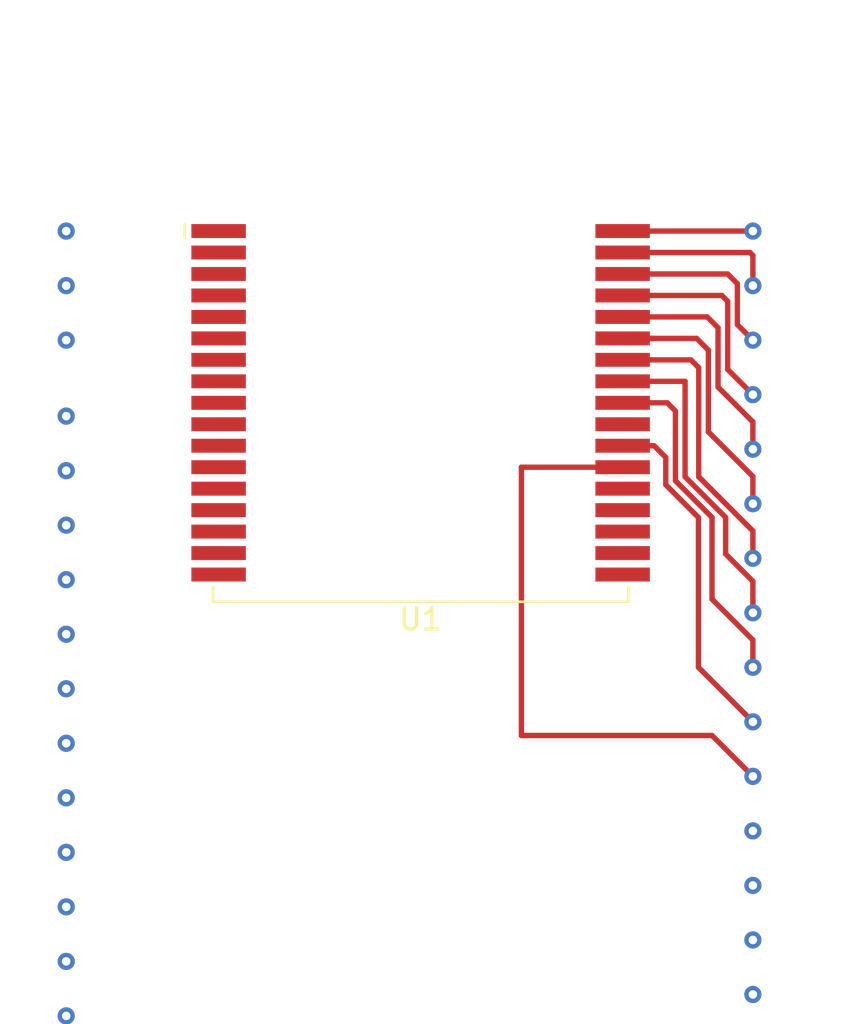
<source format=kicad_pcb>
(kicad_pcb (version 20200829) (generator pcbnew)

  (general
    (thickness 1.6)
  )

  (paper "A4")
  (layers
    (0 "F.Cu" signal)
    (31 "B.Cu" signal)
    (32 "B.Adhes" user)
    (33 "F.Adhes" user)
    (34 "B.Paste" user)
    (35 "F.Paste" user)
    (36 "B.SilkS" user)
    (37 "F.SilkS" user)
    (38 "B.Mask" user)
    (39 "F.Mask" user)
    (40 "Dwgs.User" user)
    (41 "Cmts.User" user)
    (42 "Eco1.User" user)
    (43 "Eco2.User" user)
    (44 "Edge.Cuts" user)
    (45 "Margin" user)
    (46 "B.CrtYd" user)
    (47 "F.CrtYd" user)
    (48 "B.Fab" user)
    (49 "F.Fab" user)
  )

  (setup
    (stackup
      (layer "F.SilkS" (type "Top Silk Screen"))
      (layer "F.Paste" (type "Top Solder Paste"))
      (layer "F.Mask" (type "Top Solder Mask") (color "Green") (thickness 0.01))
      (layer "F.Cu" (type "copper") (thickness 0.035))
      (layer "dielectric 1" (type "core") (thickness 1.51) (material "FR4") (epsilon_r 4.5) (loss_tangent 0.02))
      (layer "B.Cu" (type "copper") (thickness 0.035))
      (layer "B.Mask" (type "Bottom Solder Mask") (color "Green") (thickness 0.01))
      (layer "B.Paste" (type "Bottom Solder Paste"))
      (layer "B.SilkS" (type "Bottom Silk Screen"))
      (copper_finish "None")
      (dielectric_constraints no)
    )
    (pcbplotparams
      (layerselection 0x010fc_ffffffff)
      (usegerberextensions false)
      (usegerberattributes true)
      (usegerberadvancedattributes true)
      (creategerberjobfile true)
      (svguseinch false)
      (svgprecision 6)
      (excludeedgelayer true)
      (linewidth 0.100000)
      (plotframeref false)
      (viasonmask false)
      (mode 1)
      (useauxorigin false)
      (hpglpennumber 1)
      (hpglpenspeed 20)
      (hpglpendiameter 15.000000)
      (psnegative false)
      (psa4output false)
      (plotreference true)
      (plotvalue true)
      (plotinvisibletext false)
      (sketchpadsonfab false)
      (subtractmaskfromsilk false)
      (outputformat 1)
      (mirror false)
      (drillshape 1)
      (scaleselection 1)
      (outputdirectory "")
    )
  )


  (net 0 "")
  (net 1 "Net-(U1-Pad1)")
  (net 2 "Net-(J1-Pad15)")
  (net 3 "Net-(J1-Pad16)")
  (net 4 "Net-(J2-Pad5)")
  (net 5 "Net-(J2-Pad6)")
  (net 6 "Net-(J1-Pad1)")
  (net 7 "Net-(J1-Pad2)")
  (net 8 "Net-(J1-Pad3)")
  (net 9 "Net-(J1-Pad4)")
  (net 10 "Net-(J2-Pad7)")
  (net 11 "Net-(J2-Pad13)")
  (net 12 "Net-(J2-Pad3)")
  (net 13 "Net-(J2-Pad4)")
  (net 14 "Net-(J1-Pad5)")
  (net 15 "Net-(J2-Pad2)")
  (net 16 "Net-(J1-Pad6)")
  (net 17 "Net-(J2-Pad11)")
  (net 18 "Net-(J2-Pad15)")
  (net 19 "Net-(J1-Pad12)")
  (net 20 "Net-(J1-Pad13)")
  (net 21 "Net-(J2-Pad16)")
  (net 22 "Net-(U1-Pad12)")
  (net 23 "Net-(J2-Pad17)")
  (net 24 "Net-(J2-Pad18)")
  (net 25 "Net-(J2-Pad14)")
  (net 26 "Net-(J2-Pad12)")
  (net 27 "Net-(J2-Pad10)")
  (net 28 "Net-(J2-Pad8)")
  (net 29 "Net-(J2-Pad9)")
  (net 30 "Net-(J1-Pad9)")
  (net 31 "Net-(J1-Pad10)")

  (module "RF_Module:DecaWave_DWM1001" (layer "F.Cu") (tedit 5AE22EC1) (tstamp 55f7327e-320b-48c3-8a87-50b95ab31952)
    (at 147.066 99.568)
    (descr "https://www.decawave.com/sites/default/files/dwm1001_datasheet.pdf")
    (tags "UWB module")
    (property "Sheet file" "/Users/jonkelley/Development/Olin/RealWorldMicroControllers-FA2020/rwmc-project/packages/dmw1000-carrier/dmw1000-carrier.kicad_sch")
    (property "Sheet name" "")
    (path "/395848a5-8c18-4936-9b46-a6785f6b4cfd")
    (attr smd)
    (fp_text reference "U1" (at 0 9.955) (layer "F.SilkS")
      (effects (font (size 1 1) (thickness 0.15)))
      (tstamp 5e38f765-728a-4ff3-b0b5-d628b2e472ab)
    )
    (fp_text value "DWM1001" (at 0 -18.045) (layer "F.Fab")
      (effects (font (size 1 1) (thickness 0.15)))
      (tstamp 8944294e-c93e-4f24-9aec-600bfec667af)
    )
    (fp_text user "No components, traces, or copper on any layer" (at 0 -11.5) (layer "Cmts.User")
      (effects (font (size 0.5 0.5) (thickness 0.075)))
      (tstamp 35e973a2-e902-4a69-8d06-6161cf8693fc)
    )
    (fp_text user "No bare Cu" (at -5.665 8.12) (layer "Cmts.User")
      (effects (font (size 0.15 0.15) (thickness 0.0225)))
      (tstamp 53ac9fe2-ac57-4b6b-a05e-129b05fc3855)
    )
    (fp_text user "No bare Cu" (at 5.645 -8.18) (layer "Cmts.User")
      (effects (font (size 0.15 0.15) (thickness 0.0225)))
      (tstamp 8f39f091-0b0c-406d-9dc4-ec7324ea0ffa)
    )
    (fp_text user "KEEP-OUT ZONE" (at 0 -13) (layer "Cmts.User")
      (effects (font (size 1 1) (thickness 0.15)))
      (tstamp c57c285f-334d-4e79-af1f-3c0dbf234798)
    )
    (fp_text user "${REFERENCE}" (at 0 0) (layer "F.Fab")
      (effects (font (size 1 1) (thickness 0.15)))
      (tstamp 20bc3d98-10b4-452e-b351-bd7f5efade5f)
    )
    (fp_line (start 9.685 8.46) (end 9.685 9.14) (layer "F.SilkS") (width 0.12) (tstamp 29cb3985-a5b2-4407-a820-1764a34dc8a4))
    (fp_line (start -9.685 8.46) (end -9.685 9.14) (layer "F.SilkS") (width 0.12) (tstamp 5b8121c4-2a3b-440f-a39e-54208ee7cf7f))
    (fp_line (start -11 -7.8) (end -11 -8.46) (layer "F.SilkS") (width 0.12) (tstamp a0ab4d73-226b-4874-955b-3f5c40068bbe))
    (fp_line (start 9.685 9.14) (end -9.685 9.14) (layer "F.SilkS") (width 0.12) (tstamp d470aa20-ad07-42f8-8214-1f744fe68703))
    (fp_line (start -8.025 -8.65) (end 0.435 -17.11) (layer "Dwgs.User") (width 0.1) (tstamp 064092e0-3358-40cb-8ca5-c7c78e04a596))
    (fp_line (start 19.565 -8.63) (end 19.565 -17.11) (layer "Dwgs.User") (width 0.1) (tstamp 091a0847-26fe-413e-b0d4-de43f009189e))
    (fp_line (start 6.395 -8.48) (end 4.895 -8.48) (layer "Dwgs.User") (width 0.1) (tstamp 1449143c-d6e0-4201-ba00-00dc574a5344))
    (fp_line (start -4.915 8.42) (end -4.915 7.82) (layer "Dwgs.User") (width 0.1) (tstamp 14dd4fee-f4a8-4751-b81c-a60f78e3da67))
    (fp_line (start 6.395 -7.88) (end 4.895 -7.88) (layer "Dwgs.User") (width 0.1) (tstamp 174db4af-330d-4d0b-86d4-701dad8b6f56))
    (fp_line (start 15.975 -8.65) (end 19.565 -12.24) (layer "Dwgs.User") (width 0.1) (tstamp 1fa49d1b-eb0c-4854-8ec3-44b2d85d00b8))
    (fp_line (start 1.975 -8.65) (end 10.435 -17.11) (layer "Dwgs.User") (width 0.1) (tstamp 2028d0cd-6b0c-4bbd-af3f-6aa1696c3d25))
    (fp_line (start -18.025 -8.65) (end -9.565 -17.11) (layer "Dwgs.User") (width 0.1) (tstamp 2120cf9c-cd08-44df-9a60-ff1437b748c0))
    (fp_line (start -6.025 -8.65) (end 2.435 -17.11) (layer "Dwgs.User") (width 0.1) (tstamp 213d1795-bb24-4a92-8873-11357e6ab81f))
    (fp_line (start -19.565 -11.11) (end -13.565 -17.11) (layer "Dwgs.User") (width 0.1) (tstamp 248b9cf7-a049-45b3-b0d8-041d7a5b9a87))
    (fp_line (start 13.975 -8.65) (end 19.565 -14.24) (layer "Dwgs.User") (width 0.1) (tstamp 28cc154a-07b5-4940-8801-174abfef5171))
    (fp_line (start -19.565 -8.63) (end -19.565 -17.11) (layer "Dwgs.User") (width 0.1) (tstamp 2a0eca3d-d1f3-4f53-8920-53831330219f))
    (fp_line (start 9.975 -8.65) (end 18.435 -17.11) (layer "Dwgs.User") (width 0.1) (tstamp 2fcbdf12-4982-4efa-a5b4-ff8d976a9b82))
    (fp_line (start -2.025 -8.65) (end 6.435 -17.11) (layer "Dwgs.User") (width 0.1) (tstamp 3231c348-cb5d-4e86-a90c-b15e6b1f96f0))
    (fp_line (start -10.025 -8.65) (end -1.565 -17.11) (layer "Dwgs.User") (width 0.1) (tstamp 435d38ed-2967-4487-9b6f-e97b51cf77ca))
    (fp_line (start -0.025 -8.65) (end 8.435 -17.11) (layer "Dwgs.User") (width 0.1) (tstamp 49fbdea4-c69b-485e-a44f-78c920762103))
    (fp_line (start -19.565 -9.11) (end -11.565 -17.11) (layer "Dwgs.User") (width 0.1) (tstamp 4ae69252-1deb-4159-a2de-fb52aef3948a))
    (fp_line (start 11.975 -8.65) (end 19.565 -16.24) (layer "Dwgs.User") (width 0.1) (tstamp 55a245fc-4d06-4c33-a42c-cc8e463c78e6))
    (fp_line (start -4.915 8.42) (end -6.415 8.42) (layer "Dwgs.User") (width 0.1) (tstamp 5b9b04dc-7d1f-41d1-840e-7804de9e3fca))
    (fp_line (start -19.565 -15.11) (end -17.565 -17.11) (layer "Dwgs.User") (width 0.1) (tstamp 5d2c56cb-d36c-4cf4-8d97-950b99cd14a8))
    (fp_line (start 6.395 -7.88) (end 6.395 -8.48) (layer "Dwgs.User") (width 0.1) (tstamp 63724fc8-57e6-4d22-91c6-b210143ecce0))
    (fp_line (start 17.975 -8.65) (end 19.565 -10.24) (layer "Dwgs.User") (width 0.1) (tstamp 6528edab-234a-4928-866a-0483e31cf726))
    (fp_line (start -16.025 -8.65) (end -7.565 -17.11) (layer "Dwgs.User") (width 0.1) (tstamp 694dfa60-9327-413b-aa66-d047af344355))
    (fp_line (start 19.565 -8.63) (end -19.565 -8.63) (layer "Dwgs.User") (width 0.1) (tstamp 79ea7d14-6649-44b4-a8c7-bca9481b6f2f))
    (fp_line (start 4.895 -7.88) (end 4.895 -8.48) (layer "Dwgs.User") (width 0.1) (tstamp 7cd3ee12-5bdf-4be3-beed-e8f2b8c5963c))
    (fp_line (start -12.025 -8.65) (end -3.565 -17.11) (layer "Dwgs.User") (width 0.1) (tstamp 813e497f-ae47-4890-b311-09acd20609cc))
    (fp_line (start 5.975 -8.65) (end 14.435 -17.11) (layer "Dwgs.User") (width 0.1) (tstamp 83a0e025-5aa9-47b0-ae9d-854c04b2d0ca))
    (fp_line (start -14.025 -8.65) (end -5.565 -17.11) (layer "Dwgs.User") (width 0.1) (tstamp 8e27e6f9-c7f6-484e-a6af-090e75fc7cf0))
    (fp_line (start 7.975 -8.65) (end 16.435 -17.11) (layer "Dwgs.User") (width 0.1) (tstamp 92f1f7c5-6c69-45c5-8ebc-24db37cf5294))
    (fp_line (start 19.565 -17.11) (end -19.565 -17.11) (layer "Dwgs.User") (width 0.1) (tstamp a21c674b-7d19-4365-bc82-68b0f67af55f))
    (fp_line (start 5.345 -7.88) (end 5.945 -8.48) (layer "Dwgs.User") (width 0.1) (tstamp b9e7b9a8-1003-4298-95b8-c4f75879a158))
    (fp_line (start 3.975 -8.65) (end 12.435 -17.11) (layer "Dwgs.User") (width 0.1) (tstamp c166d799-da26-4866-ae3f-4ee03a727ff0))
    (fp_line (start -4.915 7.82) (end -6.415 7.82) (layer "Dwgs.User") (width 0.1) (tstamp ccb2ff76-2e76-4349-bf53-f82a3336d10c))
    (fp_line (start -5.965 8.42) (end -5.365 7.82) (layer "Dwgs.User") (width 0.1) (tstamp dd196bcb-8053-4751-8172-1f2264f95669))
    (fp_line (start -19.565 -13.11) (end -15.565 -17.11) (layer "Dwgs.User") (width 0.1) (tstamp e95feec6-0d67-4a18-a741-387bf56ed2c5))
    (fp_line (start -6.415 8.42) (end -6.415 7.82) (layer "Dwgs.User") (width 0.1) (tstamp ea7919f6-23a8-47bf-9046-d8a1279757ed))
    (fp_line (start -4.025 -8.65) (end 4.435 -17.11) (layer "Dwgs.User") (width 0.1) (tstamp f7e5c9aa-731d-438b-95b0-5d1f2746fc43))
    (fp_line (start 10.94 -17.36) (end 10.94 9.27) (layer "F.CrtYd") (width 0.05) (tstamp 629fc914-5bca-4ead-bef8-023029b3ec03))
    (fp_line (start -10.94 9.27) (end 10.94 9.27) (layer "F.CrtYd") (width 0.05) (tstamp 70d492f3-4e77-4415-862d-44dec27e0ca9))
    (fp_line (start -10.94 -17.36) (end 10.94 -17.36) (layer "F.CrtYd") (width 0.05) (tstamp 85e278e9-1672-459b-88a9-821f284b5531))
    (fp_line (start -10.94 -17.36) (end -10.94 9.27) (layer "F.CrtYd") (width 0.05) (tstamp ccef3e4d-9a74-4e04-8110-ef53e2de8bad))
    (fp_line (start -9.565 -8.63) (end -9.565 -17.11) (layer "F.Fab") (width 0.1) (tstamp 05e5e4b0-acfb-4156-8b4c-f7b4309cc887))
    (fp_line (start 9.565 9.02) (end 9.565 -17.11) (layer "F.Fab") (width 0.1) (tstamp 199ba53c-fffb-434c-ad1d-fa82bd993f8d))
    (fp_line (start 9.565 -17.11) (end -9.565 -17.11) (layer "F.Fab") (width 0.1) (tstamp 69e15ae3-57a2-4ccb-b441-ecd87a9bb6ab))
    (fp_line (start -8.265 -8.25) (end -8.265 8.25) (layer "F.Fab") (width 0.1) (tstamp 76ba56e2-4d62-421c-88f9-b52ad27fd31b))
    (fp_line (start -8.265 -8.25) (end 8.235 -8.25) (layer "F.Fab") (width 0.1) (tstamp 782beef1-020c-4f5a-b659-b437350126b5))
    (fp_line (start -9.565 -8.63) (end -9.065 -8.13) (layer "F.Fab") (width 0.1) (tstamp 7fa40a63-e5ab-4503-8335-1791945281f6))
    (fp_line (start -8.265 8.25) (end 8.235 8.25) (layer "F.Fab") (width 0.1) (tstamp 88b823b0-d42c-4f3b-8012-ac272a10fa23))
    (fp_line (start 9.565 -8.63) (end -9.565 -8.63) (layer "F.Fab") (width 0.1) (tstamp 9d9df47e-3507-402c-be59-e79125e5689b))
    (fp_line (start 9.565 9.02) (end -9.565 9.02) (layer "F.Fab") (width 0.1) (tstamp af638788-832e-4de9-acdf-a386c7b0f22f))
    (fp_line (start -9.565 9.02) (end -9.565 -7.63) (layer "F.Fab") (width 0.1) (tstamp b1d4314e-f5ee-4aa7-9e0e-07ff48dd1fed))
    (fp_line (start -9.065 -8.13) (end -9.565 -7.63) (layer "F.Fab") (width 0.1) (tstamp baf415d0-beed-4b46-a498-870b8269a072))
    (fp_line (start 8.235 -8.25) (end 8.235 8.25) (layer "F.Fab") (width 0.1) (tstamp c7469d4e-c1dc-4f39-8734-5fa7249d0b75))
    (pad "" np_thru_hole circle (at -2.435 6.82) (size 1 1) (drill 1) (layers *.Cu *.Mask) (tstamp 50e877d5-1190-477b-a8ae-087f828f1ef0))
    (pad "1" smd rect (at -9.42 -8.13) (size 2.54 0.65) (layers "F.Cu" "F.Paste" "F.Mask")
      (net 1 "Net-(U1-Pad1)") (pinfunction "GND") (tstamp 19d96fbd-5a85-4927-a4fe-014a7e429ca5))
    (pad "2" smd rect (at -9.42 -7.13) (size 2.54 0.65) (layers "F.Cu" "F.Paste" "F.Mask")
      (net 31 "Net-(J1-Pad10)") (pinfunction "SWD_CLK") (tstamp 7cc4be50-c330-45f3-9fe5-64317dada055))
    (pad "3" smd rect (at -9.42 -6.13) (size 2.54 0.65) (layers "F.Cu" "F.Paste" "F.Mask")
      (net 30 "Net-(J1-Pad9)") (pinfunction "SWD_DIO") (tstamp cd580d2e-dfbb-4455-96c0-f719b775b802))
    (pad "4" smd rect (at -9.42 -5.13) (size 2.54 0.65) (layers "F.Cu" "F.Paste" "F.Mask")
      (net 29 "Net-(J2-Pad9)") (pinfunction "GPIO_10") (tstamp 592083ad-d5d5-41ed-aa11-f4fa9e345013))
    (pad "5" smd rect (at -9.42 -4.13) (size 2.54 0.65) (layers "F.Cu" "F.Paste" "F.Mask")
      (net 28 "Net-(J2-Pad8)") (pinfunction "GPIO_9") (tstamp fa6fb69a-0c4e-4891-8b2a-9a274abbf02c))
    (pad "6" smd rect (at -9.42 -3.13) (size 2.54 0.65) (layers "F.Cu" "F.Paste" "F.Mask")
      (net 27 "Net-(J2-Pad10)") (pinfunction "GPIO_12") (tstamp 228c2aef-84ae-4c3c-9b5b-8a07a1f64bb3))
    (pad "7" smd rect (at -9.42 -2.13) (size 2.54 0.65) (layers "F.Cu" "F.Paste" "F.Mask")
      (net 26 "Net-(J2-Pad12)") (pinfunction "GPIO_14") (tstamp 786b9543-02f3-4e1e-979f-82898848642e))
    (pad "8" smd rect (at -9.42 -1.13) (size 2.54 0.65) (layers "F.Cu" "F.Paste" "F.Mask")
      (net 25 "Net-(J2-Pad14)") (pinfunction "GPIO_22") (tstamp d43e2e71-997c-4d36-a680-4a74563ce480))
    (pad "9" smd rect (at -9.42 -0.13) (size 2.54 0.65) (layers "F.Cu" "F.Paste" "F.Mask")
      (net 24 "Net-(J2-Pad18)") (pinfunction "GPIO_31") (tstamp a67e86c7-a088-49ea-8eb4-16db1eede126))
    (pad "10" smd rect (at -9.42 0.87) (size 2.54 0.65) (layers "F.Cu" "F.Paste" "F.Mask")
      (net 23 "Net-(J2-Pad17)") (pinfunction "GPIO_30") (tstamp 71eb838b-40f7-4798-b068-6b659a02f33c))
    (pad "11" smd rect (at -9.42 1.87) (size 2.54 0.65) (layers "F.Cu" "F.Paste" "F.Mask")
      (net 1 "Net-(U1-Pad1)") (pinfunction "GND") (tstamp 3682ce64-6566-415c-a5cc-cf002a488ec9))
    (pad "12" smd rect (at -9.42 2.87) (size 2.54 0.65) (layers "F.Cu" "F.Paste" "F.Mask")
      (net 22 "Net-(U1-Pad12)") (pinfunction "VCC") (tstamp 66cc238b-8932-4913-a7dd-6d8b0cd39b63))
    (pad "13" smd rect (at -9.42 3.87) (size 2.54 0.65) (layers "F.Cu" "F.Paste" "F.Mask")
      (net 21 "Net-(J2-Pad16)") (pinfunction "GPIO_27") (tstamp 0abf904c-548c-4e4d-ba2d-5aacfadd8377))
    (pad "14" smd rect (at -9.42 4.87) (size 2.54 0.65) (layers "F.Cu" "F.Paste" "F.Mask")
      (net 20 "Net-(J1-Pad13)") (pinfunction "I2C_SDA") (tstamp 3572290c-5abc-4d66-86a8-55d881e55e01))
    (pad "15" smd rect (at -9.42 5.87) (size 2.54 0.65) (layers "F.Cu" "F.Paste" "F.Mask")
      (net 19 "Net-(J1-Pad12)") (pinfunction "I2C_SCL") (tstamp 56902637-74cf-4996-a515-45b9843c4c34))
    (pad "16" smd rect (at -9.42 6.87) (size 2.54 0.65) (layers "F.Cu" "F.Paste" "F.Mask")
      (net 18 "Net-(J2-Pad15)") (pinfunction "GPIO_23") (tstamp 45ddb432-99fa-4a30-a9c3-9de610ca7464))
    (pad "17" smd rect (at -9.42 7.87) (size 2.54 0.65) (layers "F.Cu" "F.Paste" "F.Mask")
      (net 17 "Net-(J2-Pad11)") (pinfunction "GPIO_13") (tstamp b73bfe7f-24c9-4b41-a871-749ecbd462f9))
    (pad "18" smd rect (at 9.42 7.87) (size 2.54 0.65) (layers "F.Cu" "F.Paste" "F.Mask")
      (net 16 "Net-(J1-Pad6)") (pinfunction "UART_RX") (tstamp 348a8db6-4b6e-42aa-b927-2bc7b41d0bf8))
    (pad "19" smd rect (at 9.42 6.87) (size 2.54 0.65) (layers "F.Cu" "F.Paste" "F.Mask")
      (net 15 "Net-(J2-Pad2)") (pinfunction "READY") (tstamp 55891115-e344-4586-beb7-6c38cc8f06c0))
    (pad "20" smd rect (at 9.42 5.87) (size 2.54 0.65) (layers "F.Cu" "F.Paste" "F.Mask")
      (net 14 "Net-(J1-Pad5)") (pinfunction "UART_TX") (tstamp f3155540-2b8c-4d5d-a00d-b8b1945ae04d))
    (pad "21" smd rect (at 9.42 4.87) (size 2.54 0.65) (layers "F.Cu" "F.Paste" "F.Mask")
      (net 13 "Net-(J2-Pad4)") (pinfunction "GPIO_1") (tstamp ade78c0c-a877-4432-915a-84c0de23a577))
    (pad "22" smd rect (at 9.42 3.87) (size 2.54 0.65) (layers "F.Cu" "F.Paste" "F.Mask")
      (net 12 "Net-(J2-Pad3)") (pinfunction "GPIO_0") (tstamp afe41336-3d19-418d-91ca-5d599007518e))
    (pad "23" smd rect (at 9.42 2.87) (size 2.54 0.65) (layers "F.Cu" "F.Paste" "F.Mask")
      (net 11 "Net-(J2-Pad13)") (pinfunction "GPIO_15") (tstamp def2f436-d3c1-4dc0-bb2e-7fee115cfcec))
    (pad "24" smd rect (at 9.42 1.87) (size 2.54 0.65) (layers "F.Cu" "F.Paste" "F.Mask")
      (net 1 "Net-(U1-Pad1)") (pinfunction "GND") (tstamp 53646cf4-7c7b-4718-88ec-60809a70dd05))
    (pad "25" smd rect (at 9.42 0.87) (size 2.54 0.65) (layers "F.Cu" "F.Paste" "F.Mask")
      (net 10 "Net-(J2-Pad7)") (pinfunction "GPIO_8") (tstamp 7ae990fb-fef4-41bc-b898-5582831f650a))
    (pad "26" smd rect (at 9.42 -0.13) (size 2.54 0.65) (layers "F.Cu" "F.Paste" "F.Mask")
      (net 9 "Net-(J1-Pad4)") (pinfunction "SPIS_MISO") (tstamp 146205ec-184b-45b0-aecd-cd9d738eab82))
    (pad "27" smd rect (at 9.42 -1.13) (size 2.54 0.65) (layers "F.Cu" "F.Paste" "F.Mask")
      (net 8 "Net-(J1-Pad3)") (pinfunction "SPIS_MOSI") (tstamp 68ba416a-ad70-417b-a230-892bcafaf94f))
    (pad "28" smd rect (at 9.42 -2.13) (size 2.54 0.65) (layers "F.Cu" "F.Paste" "F.Mask")
      (net 7 "Net-(J1-Pad2)") (pinfunction "SPIS_CLK") (tstamp 32a755c0-f9df-48bb-82e3-64ae3bf6c373))
    (pad "29" smd rect (at 9.42 -3.13) (size 2.54 0.65) (layers "F.Cu" "F.Paste" "F.Mask")
      (net 6 "Net-(J1-Pad1)") (pinfunction "~SPIS_CS") (tstamp 5dcbac94-3d8e-497c-9706-88e0c8d31aeb))
    (pad "30" smd rect (at 9.42 -4.13) (size 2.54 0.65) (layers "F.Cu" "F.Paste" "F.Mask")
      (net 5 "Net-(J2-Pad6)") (pinfunction "GPIO_3") (tstamp 0c61ec7e-9290-440f-b943-14ad6c96cde3))
    (pad "31" smd rect (at 9.42 -5.13) (size 2.54 0.65) (layers "F.Cu" "F.Paste" "F.Mask")
      (net 4 "Net-(J2-Pad5)") (pinfunction "GPIO_2") (tstamp 7c82b8e5-6348-491b-ac11-f97f25d9bddc))
    (pad "32" smd rect (at 9.42 -6.13) (size 2.54 0.65) (layers "F.Cu" "F.Paste" "F.Mask")
      (net 3 "Net-(J1-Pad16)") (pinfunction "BT_WAKE_UP") (tstamp 1140a2b3-2731-4b99-9370-9e4b4c5ab3b4))
    (pad "33" smd rect (at 9.42 -7.13) (size 2.54 0.65) (layers "F.Cu" "F.Paste" "F.Mask")
      (net 2 "Net-(J1-Pad15)") (pinfunction "~RESET") (tstamp 66319213-f199-4c00-b4cd-f25a0ed47f04))
    (pad "34" smd rect (at 9.42 -8.13) (size 2.54 0.65) (layers "F.Cu" "F.Paste" "F.Mask")
      (net 1 "Net-(U1-Pad1)") (pinfunction "GND") (tstamp ca0df221-1435-479a-972b-12f59cf0f3cc))
    (model "${KISYS3DMOD}/RF_Module.3dshapes/DecaWave_DWM1001.wrl"
      (offset (xyz 0 0 0))
      (scale (xyz 1 1 1))
      (rotate (xyz 0 0 0))
    )
  )

  (via (at 162.56 127) (size 0.8) (drill 0.4) (layers "F.Cu" "B.Cu") (net 0) (tstamp 0bf20990-d6ff-4aea-9e18-1aed10923c0a))
  (via (at 130.539 110.219) (size 0.8) (drill 0.4) (layers "F.Cu" "B.Cu") (net 0) (tstamp 0c9750ab-5589-4104-9bab-b686e9fafa17))
  (via (at 130.539 120.379) (size 0.8) (drill 0.4) (layers "F.Cu" "B.Cu") (net 0) (tstamp 0d9dc327-fcbc-4a32-8f38-8542d2d4f294))
  (via (at 162.56 121.92) (size 0.8) (drill 0.4) (layers "F.Cu" "B.Cu") (net 0) (tstamp 4bb8f4b9-a2cc-4619-88d9-f1c7478c284c))
  (via (at 130.539 122.919) (size 0.8) (drill 0.4) (layers "F.Cu" "B.Cu") (net 0) (tstamp 5882a115-c3f7-44be-93a6-8d09a5585b8f))
  (via (at 162.56 119.38) (size 0.8) (drill 0.4) (layers "F.Cu" "B.Cu") (net 0) (tstamp 67ad3f5d-3b54-429a-bb15-ebf111c2ff82))
  (via (at 130.539 96.52) (size 0.8) (drill 0.4) (layers "F.Cu" "B.Cu") (net 0) (tstamp 6816f7c5-2f77-42a0-bcd3-5b9966fbd9ae))
  (via (at 130.539 91.44) (size 0.8) (drill 0.4) (layers "F.Cu" "B.Cu") (net 0) (tstamp 748ce3e6-fc0f-4444-9e9c-d1aa69188a4a))
  (via (at 130.539 105.139) (size 0.8) (drill 0.4) (layers "F.Cu" "B.Cu") (net 0) (tstamp 74dbd7e2-ecd7-444a-a9e1-4c85b52619e8))
  (via (at 130.539 102.599) (size 0.8) (drill 0.4) (layers "F.Cu" "B.Cu") (net 0) (tstamp 869181fe-5335-412b-afce-6e62c08020a1))
  (via (at 130.539 127.999) (size 0.8) (drill 0.4) (layers "F.Cu" "B.Cu") (net 0) (tstamp 8fce9c47-fa46-4c5b-90df-7d32abfd59a6))
  (via (at 162.56 124.46) (size 0.8) (drill 0.4) (layers "F.Cu" "B.Cu") (net 0) (tstamp 9640a8dc-f1d1-41c5-afd7-8be724e7ad8f))
  (via (at 130.539 112.759) (size 0.8) (drill 0.4) (layers "F.Cu" "B.Cu") (net 0) (tstamp 97ac0c65-0fbe-4c48-8ea8-ad961c2119e7))
  (via (at 130.539 117.839) (size 0.8) (drill 0.4) (layers "F.Cu" "B.Cu") (net 0) (tstamp a0721176-99db-4974-a152-ea6a1564b2d7))
  (via (at 130.539 100.059) (size 0.8) (drill 0.4) (layers "F.Cu" "B.Cu") (net 0) (tstamp a3ca178e-00fc-4b8f-a24d-f488d38cf6c3))
  (via (at 130.539 107.679) (size 0.8) (drill 0.4) (layers "F.Cu" "B.Cu") (net 0) (tstamp a5c2e771-f8a6-459b-9d0b-d69cc538b8c1))
  (via (at 130.539 115.299) (size 0.8) (drill 0.4) (layers "F.Cu" "B.Cu") (net 0) (tstamp cb802faf-46d1-4f4b-b460-c7d8b1ddae41))
  (via (at 130.539 93.98) (size 0.8) (drill 0.4) (layers "F.Cu" "B.Cu") (net 0) (tstamp e673650c-c20b-48b6-95ec-115a11114243))
  (via (at 130.539 125.459) (size 0.8) (drill 0.4) (layers "F.Cu" "B.Cu") (net 0) (tstamp fb0ca03b-3f50-435d-8e39-7ab9e9cadaa2))
  (segment (start 160.02 111.76) (end 162.56 114.3) (width 0.25) (layer "F.Cu") (net 1) (tstamp 282aeb4f-1375-4368-ae10-13b9ccc9bbb1))
  (segment (start 157.953 101.438) (end 158.497981 101.982981) (width 0.25) (layer "F.Cu") (net 1) (tstamp 3033b49d-f586-4d16-88fb-cb92b6fbbc17))
  (segment (start 162.558 91.438) (end 162.56 91.44) (width 0.25) (layer "F.Cu") (net 1) (tstamp 3bbcd81e-3d0c-4720-a6c8-1323a21727dc))
  (segment (start 158.497982 103.257212) (end 160.02 104.77923) (width 0.25) (layer "F.Cu") (net 1) (tstamp 6baec30b-4091-445b-a3a0-c811bb61a98b))
  (segment (start 156.488 91.44) (end 156.486 91.438) (width 0.25) (layer "F.Cu") (net 1) (tstamp 937a7bc7-3551-4191-8256-7f2dde80881f))
  (segment (start 156.486 101.438) (end 157.953 101.438) (width 0.25) (layer "F.Cu") (net 1) (tstamp d9841877-3fa4-41af-a8ff-10109b714bd2))
  (segment (start 156.486 91.438) (end 162.558 91.438) (width 0.25) (layer "F.Cu") (net 1) (tstamp e45b5d87-f425-4f58-9d1e-3f8cf1d4e9c9))
  (segment (start 158.497981 101.982981) (end 158.497982 103.257212) (width 0.25) (layer "F.Cu") (net 1) (tstamp f0e9c83f-0ff1-4f7f-af9f-562b68e12cfa))
  (segment (start 160.02 104.77923) (end 160.02 111.76) (width 0.25) (layer "F.Cu") (net 1) (tstamp f393b28f-2c81-4f85-83e4-78e92877a47a))
  (via (at 162.56 91.44) (size 0.8) (drill 0.4) (layers "F.Cu" "B.Cu") (net 1) (tstamp 1d9d769c-4da9-4ba3-9987-890265264c06))
  (via (at 162.56 114.3) (size 0.8) (drill 0.4) (layers "F.Cu" "B.Cu") (net 1) (tstamp 70f4f2d5-4921-4272-bfe1-88e2f15f9f4d))
  (segment (start 162.424 92.438) (end 162.56 92.574) (width 0.25) (layer "F.Cu") (net 2) (tstamp 2ab7d951-cdb2-4e71-bf6e-c6fd92cd3ba7))
  (segment (start 162.56 92.574) (end 162.56 93.98) (width 0.25) (layer "F.Cu") (net 2) (tstamp 3b8aff92-d962-455a-9732-380809d8c4a0))
  (segment (start 156.486 92.438) (end 162.424 92.438) (width 0.25) (layer "F.Cu") (net 2) (tstamp 6b881efb-5cc6-4b13-b3ca-3bc67cdf3a44))
  (via (at 162.56 93.98) (size 0.8) (drill 0.4) (layers "F.Cu" "B.Cu") (net 2) (tstamp 3d0b5967-c53c-48f5-b1bb-4cf8ac4b71e7))
  (segment (start 162.56 96.52) (end 161.834999 95.794999) (width 0.25) (layer "F.Cu") (net 3) (tstamp 78b1d12d-7f45-4ec6-8893-5e243632e3d0))
  (segment (start 161.834999 95.794999) (end 161.834999 93.889999) (width 0.25) (layer "F.Cu") (net 3) (tstamp cdf57182-4ae3-4635-80a4-2c4efb0c3268))
  (segment (start 161.383 93.438) (end 156.486 93.438) (width 0.25) (layer "F.Cu") (net 3) (tstamp e68097bb-dfa1-4992-998e-4dcce4fcc88d))
  (segment (start 161.834999 93.889999) (end 161.383 93.438) (width 0.25) (layer "F.Cu") (net 3) (tstamp fd552094-6f56-4a5e-9aac-9906f40a0a48))
  (via (at 162.56 96.52) (size 0.8) (drill 0.4) (layers "F.Cu" "B.Cu") (net 3) (tstamp 66acf3c3-dc94-4623-9340-b2ed1ba6d5fc))
  (segment (start 161.384989 97.884989) (end 161.384989 94.709989) (width 0.25) (layer "F.Cu") (net 4) (tstamp 580c5dae-4a93-42fd-9fab-8ecd81b14302))
  (segment (start 161.113 94.438) (end 156.486 94.438) (width 0.25) (layer "F.Cu") (net 4) (tstamp 763b7b85-96a7-4a72-b710-c30f6045548a))
  (segment (start 161.384989 94.709989) (end 161.113 94.438) (width 0.25) (layer "F.Cu") (net 4) (tstamp 7c021e01-719a-4a88-ac19-61e387d43465))
  (segment (start 162.56 99.06) (end 161.384989 97.884989) (width 0.25) (layer "F.Cu") (net 4) (tstamp af6e3c9d-18ff-4297-9579-c5ad61339fb7))
  (via (at 162.56 99.06) (size 0.8) (drill 0.4) (layers "F.Cu" "B.Cu") (net 4) (tstamp 297a2ffa-c6df-4db9-a3bd-c1b015bb2186))
  (segment (start 160.934979 95.941479) (end 160.934979 98.704979) (width 0.25) (layer "F.Cu") (net 5) (tstamp 015164fc-bd2c-4ca1-8821-af8f5ee3a83d))
  (segment (start 160.4315 95.438) (end 160.934979 95.941479) (width 0.25) (layer "F.Cu") (net 5) (tstamp 3b79f80b-d016-47bf-b21b-ed4d96f2d6a2))
  (segment (start 162.56 100.33) (end 162.56 101.6) (width 0.25) (layer "F.Cu") (net 5) (tstamp 458503a1-4ac5-4ba4-9ce7-b54ecb11a510))
  (segment (start 160.934979 98.704979) (end 162.56 100.33) (width 0.25) (layer "F.Cu") (net 5) (tstamp 51bf9536-ed30-4bbe-bb42-683ab3dd68b4))
  (segment (start 156.486 95.438) (end 160.4315 95.438) (width 0.25) (layer "F.Cu") (net 5) (tstamp 53c3b5fd-376b-4ee5-9c64-00199a8bf5c7))
  (via (at 162.56 101.6) (size 0.8) (drill 0.4) (layers "F.Cu" "B.Cu") (net 5) (tstamp 0ebf7e27-9027-4e12-8767-2fbfd0c3828f))
  (segment (start 156.486 96.438) (end 159.938 96.438) (width 0.25) (layer "F.Cu") (net 6) (tstamp 0e10c18b-adda-449d-b209-4a1b91cf1cb7))
  (segment (start 160.484969 96.984969) (end 160.484969 100.794969) (width 0.25) (layer "F.Cu") (net 6) (tstamp 13fe6d35-f7b7-42da-b5ce-a3e061cc7c7b))
  (segment (start 160.484969 100.794969) (end 162.56 102.87) (width 0.25) (layer "F.Cu") (net 6) (tstamp 8464d8e3-8402-4807-97b7-b6f013ba3d90))
  (segment (start 157.963685 96.438) (end 156.486 96.438) (width 0.25) (layer "F.Cu") (net 6) (tstamp ab5d9bc3-2d16-46a8-bc50-810546849c63))
  (segment (start 159.938 96.438) (end 160.484969 96.984969) (width 0.25) (layer "F.Cu") (net 6) (tstamp b8b3f86b-df5d-492a-bdb3-fd30c54bd1f5))
  (segment (start 162.56 102.87) (end 162.56 104.14) (width 0.25) (layer "F.Cu") (net 6) (tstamp e9949bcd-79de-44a1-b1b7-d224a35d3bfc))
  (via (at 162.56 104.14) (size 0.8) (drill 0.4) (layers "F.Cu" "B.Cu") (net 6) (tstamp cf7bbc3f-e41c-4b9d-a4ce-7992c6957fab))
  (segment (start 160.034959 102.884959) (end 160.034959 97.804959) (width 0.25) (layer "F.Cu") (net 7) (tstamp 5e5625c1-4d86-4161-90b7-81c4865a1ef2))
  (segment (start 160.034959 97.804959) (end 159.668 97.438) (width 0.25) (layer "F.Cu") (net 7) (tstamp 81870c85-575b-4243-8a0a-033c778dc6d7))
  (segment (start 162.56 105.41) (end 160.034959 102.884959) (width 0.25) (layer "F.Cu") (net 7) (tstamp 974a5b12-43e3-42dc-b6dd-f4b22e34f969))
  (segment (start 159.668 97.438) (end 156.486 97.438) (width 0.25) (layer "F.Cu") (net 7) (tstamp 9fb5eb2c-0edb-41d0-8552-b531b8d695ea))
  (segment (start 162.56 106.68) (end 162.56 105.41) (width 0.25) (layer "F.Cu") (net 7) (tstamp ef64ba49-358e-446a-8bce-22de80a380a7))
  (via (at 162.56 106.68) (size 0.8) (drill 0.4) (layers "F.Cu" "B.Cu") (net 7) (tstamp 39d25fee-c1a8-4303-acde-7fe8d3625c03))
  (segment (start 162.56 109.22) (end 162.56 107.753002) (width 0.25) (layer "F.Cu") (net 8) (tstamp 28c2bd61-29e0-456b-9a15-e755bfd05a50))
  (segment (start 159.398 98.438) (end 156.486 98.438) (width 0.25) (layer "F.Cu") (net 8) (tstamp 44087d7e-13bf-4e5a-aeee-058a108fa965))
  (segment (start 159.398 102.88441) (end 159.398 98.438) (width 0.25) (layer "F.Cu") (net 8) (tstamp 64fe1736-b877-4d6f-9d8d-82ccab956eb8))
  (segment (start 161.29 104.77641) (end 159.398 102.88441) (width 0.25) (layer "F.Cu") (net 8) (tstamp 8778d115-28ac-4b91-aab5-a1723736e810))
  (segment (start 161.29 106.483002) (end 161.29 104.77641) (width 0.25) (layer "F.Cu") (net 8) (tstamp 8ae7080e-e09c-40f1-8de3-16dd9905c980))
  (segment (start 162.56 107.753002) (end 161.29 106.483002) (width 0.25) (layer "F.Cu") (net 8) (tstamp e31c3187-3b1f-402d-8fd4-c2e744f5bd90))
  (via (at 162.56 109.22) (size 0.8) (drill 0.4) (layers "F.Cu" "B.Cu") (net 8) (tstamp f1630efc-7eaa-4f5e-80ee-0e1f8f7f0907))
  (segment (start 160.655 108.585) (end 162.56 110.49) (width 0.25) (layer "F.Cu") (net 9) (tstamp 3689e535-c4cc-419e-8a81-99f127f7eebb))
  (segment (start 156.486 99.438) (end 158.567 99.438) (width 0.25) (layer "F.Cu") (net 9) (tstamp 48c574bc-db5f-4084-a5a8-116c10707a24))
  (segment (start 158.947991 103.070811) (end 160.655 104.77782) (width 0.25) (layer "F.Cu") (net 9) (tstamp 866194dd-da3d-4fb8-ae98-e7f692a80897))
  (segment (start 160.655 104.77782) (end 160.655 108.585) (width 0.25) (layer "F.Cu") (net 9) (tstamp 905f53b5-43a6-44cd-92d7-662d87d98801))
  (segment (start 158.567 99.438) (end 158.94799 99.81899) (width 0.25) (layer "F.Cu") (net 9) (tstamp bfc52125-0e4d-4dc9-a304-8a7774b1dbfa))
  (segment (start 162.56 110.49) (end 162.56 111.76) (width 0.25) (layer "F.Cu") (net 9) (tstamp c31e4f56-bbdd-46f7-af3e-5dbdec652e49))
  (segment (start 158.94799 99.81899) (end 158.947991 103.070811) (width 0.25) (layer "F.Cu") (net 9) (tstamp fecc4c8b-58da-4ad9-9ddf-36f81501f6d9))
  (via (at 162.56 111.76) (size 0.8) (drill 0.4) (layers "F.Cu" "B.Cu") (net 9) (tstamp 65a54e61-0355-434c-b9a6-95905a7ce291))
  (segment (start 156.486 102.438) (end 151.765 102.438) (width 0.25) (layer "F.Cu") (net 11) (tstamp 2c21ab39-16aa-4539-a45d-7164d1bec589))
  (segment (start 151.765 114.935) (end 160.655 114.935) (width 0.25) (layer "F.Cu") (net 11) (tstamp 3488eec3-8f18-46db-bfd4-2e6a904e2e7b))
  (segment (start 151.765 102.438) (end 151.765 114.935) (width 0.25) (layer "F.Cu") (net 11) (tstamp 70cd9f7e-e066-4a22-8b0d-cec8f7f14664))
  (segment (start 160.655 114.935) (end 162.56 116.84) (width 0.25) (layer "F.Cu") (net 11) (tstamp be526324-7c10-42d8-9fa8-a94c6232f537))
  (via (at 162.56 116.84) (size 0.8) (drill 0.4) (layers "F.Cu" "B.Cu") (net 11) (tstamp c3d6c53b-5b94-4cbe-a97d-609ee6481b8b))

)

</source>
